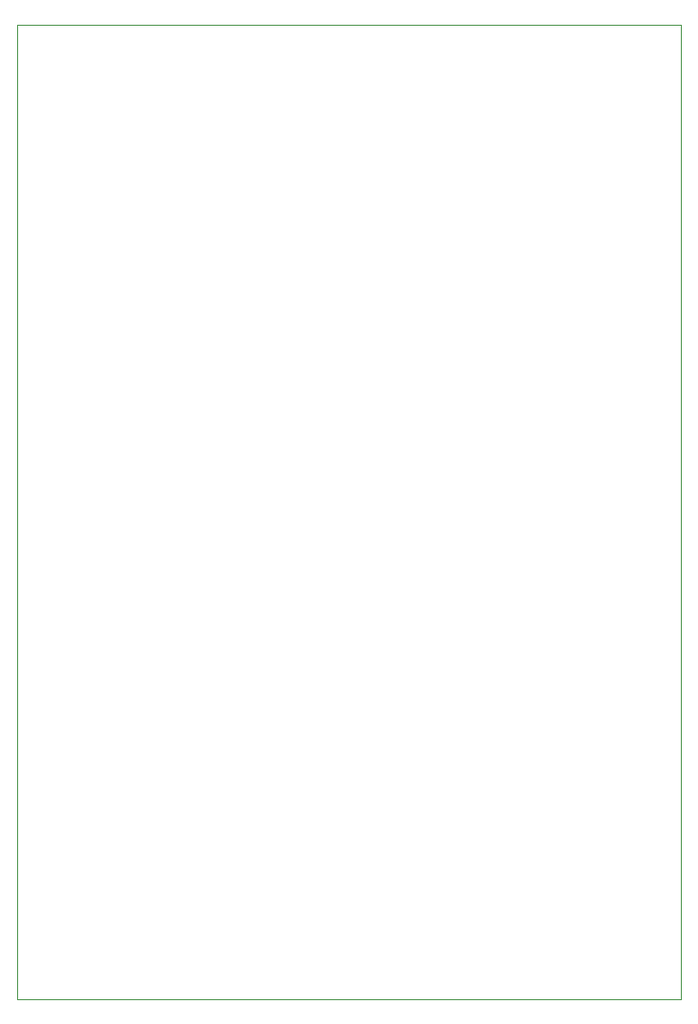
<source format=gbr>
%TF.GenerationSoftware,KiCad,Pcbnew,(6.0.10)*%
%TF.CreationDate,2023-06-26T14:13:03+09:00*%
%TF.ProjectId,OurDream,4f757244-7265-4616-9d2e-6b696361645f,rev?*%
%TF.SameCoordinates,Original*%
%TF.FileFunction,Profile,NP*%
%FSLAX46Y46*%
G04 Gerber Fmt 4.6, Leading zero omitted, Abs format (unit mm)*
G04 Created by KiCad (PCBNEW (6.0.10)) date 2023-06-26 14:13:03*
%MOMM*%
%LPD*%
G01*
G04 APERTURE LIST*
%TA.AperFunction,Profile*%
%ADD10C,0.100000*%
%TD*%
G04 APERTURE END LIST*
D10*
X154000000Y-75000000D02*
X95000000Y-75000000D01*
X95000000Y-161500000D02*
X154000000Y-161500000D01*
X95000000Y-75000000D02*
X95000000Y-161500000D01*
X154000000Y-161500000D02*
X154000000Y-75000000D01*
M02*

</source>
